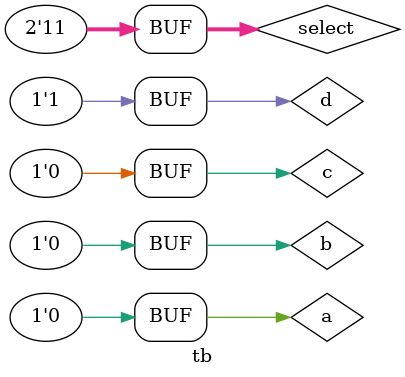
<source format=v>
module tb;
	// input declarations
	reg a,b,c,d;
	reg [1:0] select;

	// output declarations
	wire out;

	// instantiate device under test
	mux DUT(a, b, c, d, select, out); 

	initial
		begin
			//iverilog -o a.vvp alu.v tb.v
			// ./a.vvp
			// double click on file made
			      $dumpfile("mux.vcd");
      			      $dumpvars(0, tb);

			// output data
			$monitor("select = %b a = %b b = %b c = %b  d = %b  out = %b", select, a, b, c, d, out);

			// set 'a' to high and low and show output
		    select = 0; a = 0; b = 1; c= 1; d=1;
			#10 
			select = 0; a = 1; b = 0; c= 0; d=0;
			#10
			
			// set 'b' to high and low and show output
		    select = 1; a = 1; b = 0; c= 1; d=1;
			#10 
			select = 1; a = 0; b = 1; c= 0; d=0;
			#10

			// set 'c' to high and low and show output
			select = 2; a = 1; b = 1; c= 0; d=1;
			#10 
			select = 2; a = 0; b = 0; c= 1; d=0;
			#10
			
			// set 'd' to high and low and show output
		    select = 3; a = 1; b = 1; c= 1; d=0;
			#10 
			select = 3; a = 0; b = 0; c= 0; d=1;
		end

endmodule
</source>
